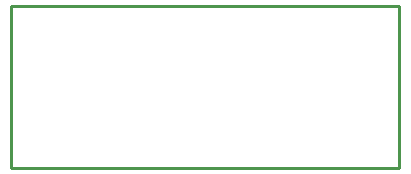
<source format=gbr>
G04 EAGLE Gerber RS-274X export*
G75*
%MOMM*%
%FSLAX34Y34*%
%LPD*%
%IN*%
%IPPOS*%
%AMOC8*
5,1,8,0,0,1.08239X$1,22.5*%
G01*
%ADD10C,0.254000*%


D10*
X0Y0D02*
X328676Y0D01*
X328676Y137668D01*
X0Y137668D01*
X0Y0D01*
M02*

</source>
